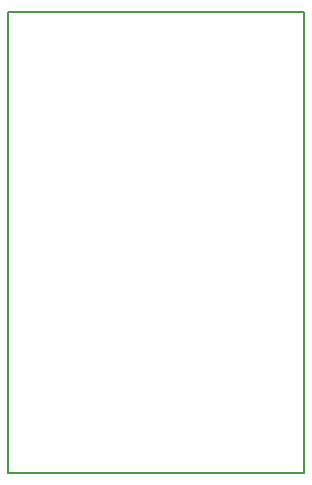
<source format=gbr>
G04 #@! TF.FileFunction,Profile,NP*
%FSLAX46Y46*%
G04 Gerber Fmt 4.6, Leading zero omitted, Abs format (unit mm)*
G04 Created by KiCad (PCBNEW 4.0.1-stable) date 2016/04/28 19:42:41*
%MOMM*%
G01*
G04 APERTURE LIST*
%ADD10C,0.100000*%
%ADD11C,0.150000*%
G04 APERTURE END LIST*
D10*
D11*
X144000000Y-141000000D02*
X144000000Y-102000000D01*
X169000000Y-141000000D02*
X144000000Y-141000000D01*
X169000000Y-102000000D02*
X169000000Y-141000000D01*
X144000000Y-102000000D02*
X169000000Y-102000000D01*
M02*

</source>
